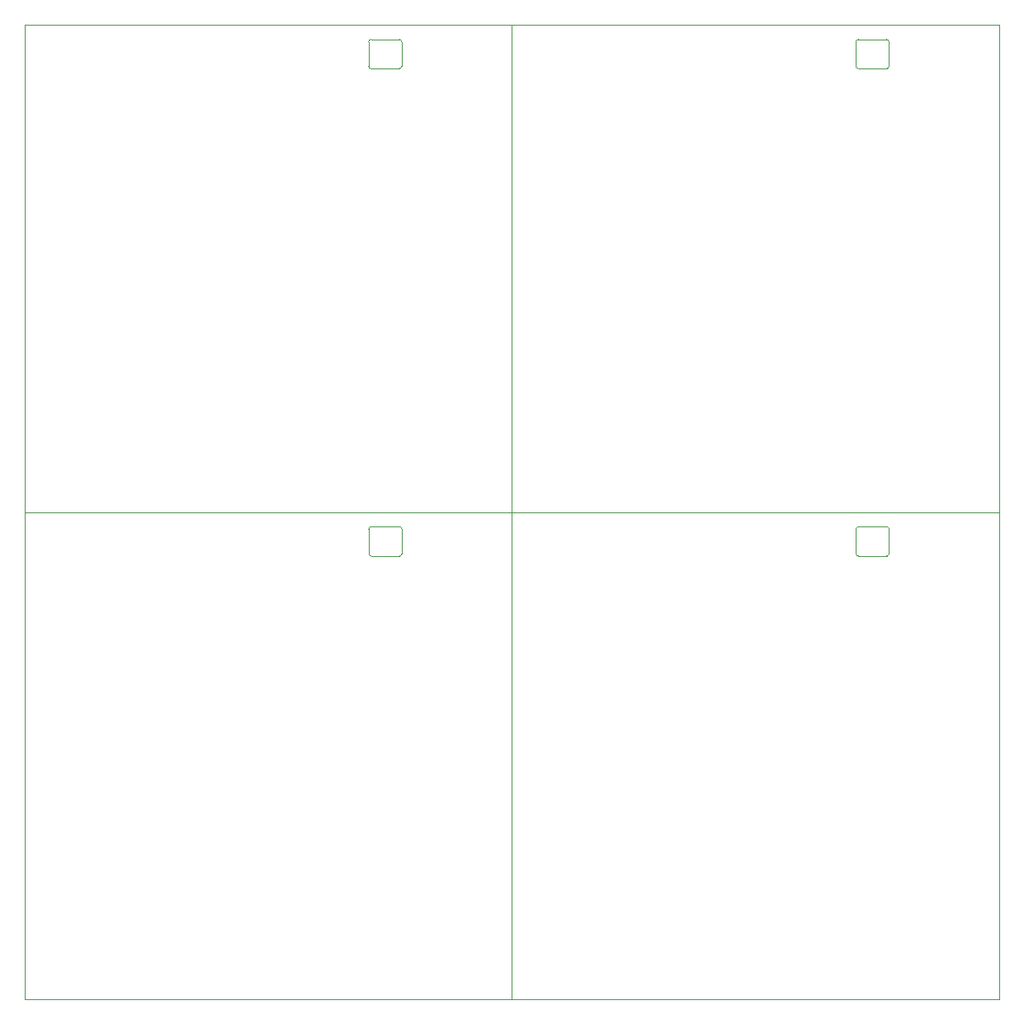
<source format=gbr>
%TF.GenerationSoftware,KiCad,Pcbnew,7.0.11+dfsg-1build4*%
%TF.CreationDate,2026-01-29T22:33:19-05:00*%
%TF.ProjectId,,58585858-5858-4585-9858-585858585858,rev?*%
%TF.SameCoordinates,Original*%
%TF.FileFunction,Profile,NP*%
%FSLAX46Y46*%
G04 Gerber Fmt 4.6, Leading zero omitted, Abs format (unit mm)*
G04 Created by KiCad (PCBNEW 7.0.11+dfsg-1build4) date 2026-01-29 22:33:19*
%MOMM*%
%LPD*%
G01*
G04 APERTURE LIST*
%TA.AperFunction,Profile*%
%ADD10C,0.050000*%
%TD*%
%TA.AperFunction,Profile*%
%ADD11C,0.120000*%
%TD*%
G04 APERTURE END LIST*
D10*
X113170000Y-79485000D02*
X163170000Y-79485000D01*
X113170000Y-129485000D02*
X163170000Y-129485000D01*
X163170000Y-79485000D02*
X163170000Y-129485000D01*
X113170000Y-79485000D02*
X113170000Y-129485000D01*
X63170000Y-79485000D02*
X113170000Y-79485000D01*
X63170000Y-129485000D02*
X113170000Y-129485000D01*
X113170000Y-79485000D02*
X113170000Y-129485000D01*
X63170000Y-79485000D02*
X63170000Y-129485000D01*
X113170000Y-29485000D02*
X163170000Y-29485000D01*
X113170000Y-79485000D02*
X163170000Y-79485000D01*
X163170000Y-29485000D02*
X163170000Y-79485000D01*
X113170000Y-29485000D02*
X113170000Y-79485000D01*
X63170000Y-29485000D02*
X63170000Y-79485000D01*
X113170000Y-29485000D02*
X113170000Y-79485000D01*
X63170000Y-79485000D02*
X113170000Y-79485000D01*
X63170000Y-29485000D02*
X113170000Y-29485000D01*
D11*
%TO.C,D1*%
X148470000Y-81235000D02*
X148470000Y-83735000D01*
X148720000Y-80985000D02*
X151620000Y-80985000D01*
X151620000Y-83985000D02*
X148720000Y-83985000D01*
X151870000Y-83735000D02*
X151870000Y-81235000D01*
X148720000Y-80985000D02*
G75*
G03*
X148470000Y-81235000I-1J-249999D01*
G01*
X148470000Y-83735000D02*
G75*
G03*
X148720000Y-83985000I249999J-1D01*
G01*
X151870000Y-81235000D02*
G75*
G03*
X151620000Y-80985000I-250000J0D01*
G01*
X151620000Y-83985000D02*
G75*
G03*
X151870000Y-83735000I0J250000D01*
G01*
X98470000Y-81235000D02*
X98470000Y-83735000D01*
X98720000Y-80985000D02*
X101620000Y-80985000D01*
X101620000Y-83985000D02*
X98720000Y-83985000D01*
X101870000Y-83735000D02*
X101870000Y-81235000D01*
X98720000Y-80985000D02*
G75*
G03*
X98470000Y-81235000I-1J-249999D01*
G01*
X98470000Y-83735000D02*
G75*
G03*
X98720000Y-83985000I249999J-1D01*
G01*
X101870000Y-81235000D02*
G75*
G03*
X101620000Y-80985000I-250000J0D01*
G01*
X101620000Y-83985000D02*
G75*
G03*
X101870000Y-83735000I0J250000D01*
G01*
X148470000Y-31235000D02*
X148470000Y-33735000D01*
X148720000Y-30985000D02*
X151620000Y-30985000D01*
X151620000Y-33985000D02*
X148720000Y-33985000D01*
X151870000Y-33735000D02*
X151870000Y-31235000D01*
X148720000Y-30985000D02*
G75*
G03*
X148470000Y-31235000I-1J-249999D01*
G01*
X148470000Y-33735000D02*
G75*
G03*
X148720000Y-33985000I249999J-1D01*
G01*
X151870000Y-31235000D02*
G75*
G03*
X151620000Y-30985000I-250000J0D01*
G01*
X151620000Y-33985000D02*
G75*
G03*
X151870000Y-33735000I0J250000D01*
G01*
X98470000Y-31235000D02*
X98470000Y-33735000D01*
X98720000Y-30985000D02*
X101620000Y-30985000D01*
X101620000Y-33985000D02*
X98720000Y-33985000D01*
X101870000Y-33735000D02*
X101870000Y-31235000D01*
X98720000Y-30985000D02*
G75*
G03*
X98470000Y-31235000I-1J-249999D01*
G01*
X98470000Y-33735000D02*
G75*
G03*
X98720000Y-33985000I249999J-1D01*
G01*
X101870000Y-31235000D02*
G75*
G03*
X101620000Y-30985000I-250000J0D01*
G01*
X101620000Y-33985000D02*
G75*
G03*
X101870000Y-33735000I0J250000D01*
G01*
%TD*%
M02*

</source>
